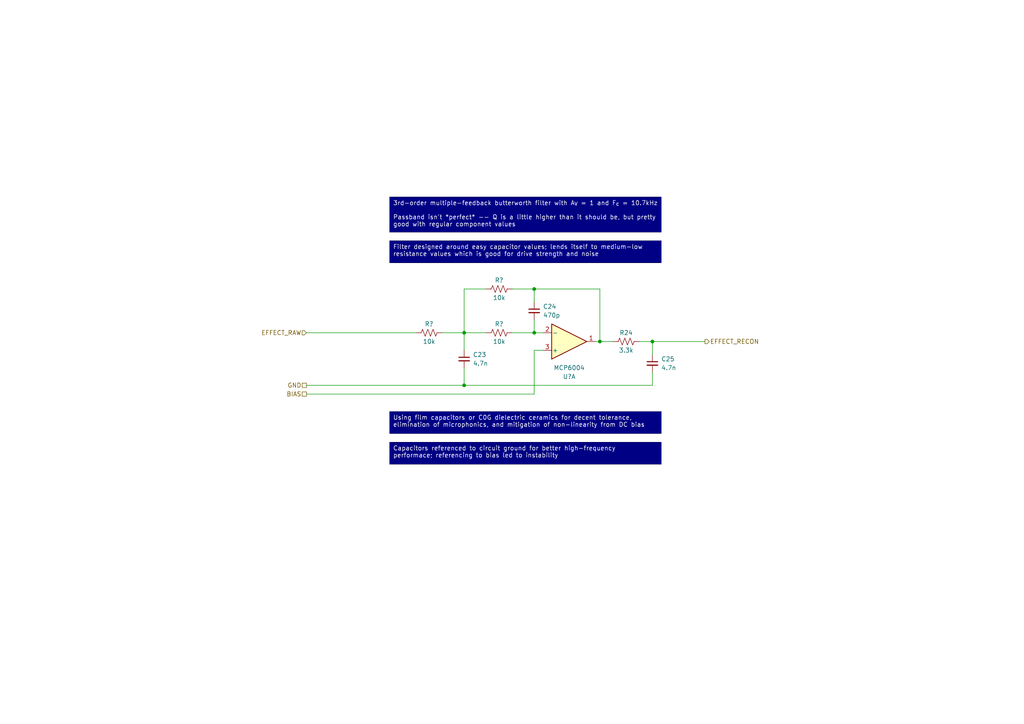
<source format=kicad_sch>
(kicad_sch (version 20230121) (generator eeschema)
  (paper "A4")
  (title_block (title "Digital Audio Effects Processor") (date "2023-11-26") (rev "A") (company "Ishaan Govindarajan"))
  (lib_symbols
    (symbol "Custom-AnalogIC:MCP6004" (pin_names (offset 0.127))
      (property "Reference" "U" (at 0 5.08 0))
      (property "Value" "MCP6004" (at 0 -5.08 0))
      (symbol "MCP6004_1_1"
        (polyline (pts (xy -5.08 5.08) (xy 5.08 0) (xy -5.08 -5.08) (xy -5.08 5.08)) (stroke (width 0.254)) (fill (type background)))
        (pin output line (at 7.62 0 180) (length 2.54) (name "~") (number "1"))
        (pin input line (at -7.62 -2.54 0) (length 2.54) (name "-") (number "2"))
        (pin input line (at -7.62 2.54 0) (length 2.54) (name "+") (number "3"))
      )
      (symbol "MCP6004_2_1"
        (polyline (pts (xy -5.08 5.08) (xy 5.08 0) (xy -5.08 -5.08) (xy -5.08 5.08)) (stroke (width 0.254)) (fill (type background)))
        (pin input line (at -7.62 2.54 0) (length 2.54) (name "+") (number "5"))
        (pin input line (at -7.62 -2.54 0) (length 2.54) (name "-") (number "6"))
        (pin output line (at 7.62 0 180) (length 2.54) (name "~") (number "7"))
      )
      (symbol "MCP6004_3_1"
        (polyline (pts (xy -5.08 5.08) (xy 5.08 0) (xy -5.08 -5.08) (xy -5.08 5.08)) (stroke (width 0.254)) (fill (type background)))
        (pin input line (at -7.62 2.54 0) (length 2.54) (name "+") (number "10"))
        (pin output line (at 7.62 0 180) (length 2.54) (name "~") (number "8"))
        (pin input line (at -7.62 -2.54 0) (length 2.54) (name "-") (number "9"))
      )
      (symbol "MCP6004_4_1"
        (polyline (pts (xy -5.08 5.08) (xy 5.08 0) (xy -5.08 -5.08) (xy -5.08 5.08)) (stroke (width 0.254)) (fill (type background)))
        (pin input line (at -7.62 2.54 0) (length 2.54) (name "+") (number "12"))
        (pin input line (at -7.62 -2.54 0) (length 2.54) (name "-") (number "13"))
        (pin output line (at 7.62 0 180) (length 2.54) (name "~") (number "14"))
      )
      (symbol "MCP6004_5_1"
        (pin power_in line (at -2.54 -7.62 90) (length 3.81) (name "V-") (number "11"))
        (pin power_in line (at -2.54 7.62 270) (length 3.81) (name "V+") (number "4"))
      )
    )
    (symbol "Custom-CapacitorTHT:FG28C0G1H471JNT06" (pin_numbers hide) (pin_names (offset 0.254) hide)
      (property "Reference" "C" (at 0.254 1.778 0))
      (property "Value" "470p" (at 0.254 -2.032 0))
      (symbol "FG28C0G1H471JNT06_0_1"
        (polyline (pts (xy -1.524 -0.508) (xy 1.524 -0.508)) (stroke (width 0.3302)))
        (polyline (pts (xy -1.524 0.508) (xy 1.524 0.508)) (stroke (width 0.3048)))
      )
      (symbol "FG28C0G1H471JNT06_1_1"
        (pin passive line (at 0 2.54 270) (length 2.032) (name "~") (number "1"))
        (pin passive line (at 0 -2.54 90) (length 2.032) (name "~") (number "2"))
      )
    )
    (symbol "Custom-CapacitorTHT:FG28C0G2A472JRT06" (pin_numbers hide) (pin_names (offset 0.254) hide)
      (property "Reference" "C" (at 0.254 1.778 0))
      (property "Value" "4.7n" (at 0.254 -2.032 0))
      (symbol "FG28C0G2A472JRT06_0_1"
        (polyline (pts (xy -1.524 -0.508) (xy 1.524 -0.508)) (stroke (width 0.3302)))
        (polyline (pts (xy -1.524 0.508) (xy 1.524 0.508)) (stroke (width 0.3048)))
      )
      (symbol "FG28C0G2A472JRT06_1_1"
        (pin passive line (at 0 2.54 270) (length 2.032) (name "~") (number "1"))
        (pin passive line (at 0 -2.54 90) (length 2.032) (name "~") (number "2"))
      )
    )
    (symbol "Custom-ResistorTHT:MFR-25FRF52-10K" (pin_numbers hide) (pin_names (offset 0))
      (property "Reference" "R" (at 2.54 0 90))
      (property "Value" "10k" (at -2.54 0 90))
      (symbol "MFR-25FRF52-10K_0_1"
        (polyline (pts (xy 0 -2.286) (xy 0 -2.54)))
        (polyline (pts (xy 0 2.286) (xy 0 2.54)))
        (polyline (pts (xy 0 -0.762) (xy 1.016 -1.143) (xy 0 -1.524) (xy -1.016 -1.905) (xy 0 -2.286)))
        (polyline (pts (xy 0 0.762) (xy 1.016 0.381) (xy 0 0) (xy -1.016 -0.381) (xy 0 -0.762)))
        (polyline (pts (xy 0 2.286) (xy 1.016 1.905) (xy 0 1.524) (xy -1.016 1.143) (xy 0 0.762)))
      )
      (symbol "MFR-25FRF52-10K_1_1"
        (pin passive line (at 0 3.81 270) (length 1.27) (name "~") (number "1"))
        (pin passive line (at 0 -3.81 90) (length 1.27) (name "~") (number "2"))
      )
    )
    (symbol "Custom-ResistorTHT:MFR-25FRF52-3K3" (pin_numbers hide) (pin_names (offset 0))
      (property "Reference" "R" (at 2.54 0 90))
      (property "Value" "3.3k" (at -2.54 0 90))
      (symbol "MFR-25FRF52-3K3_0_1"
        (polyline (pts (xy 0 -2.286) (xy 0 -2.54)))
        (polyline (pts (xy 0 2.286) (xy 0 2.54)))
        (polyline (pts (xy 0 -0.762) (xy 1.016 -1.143) (xy 0 -1.524) (xy -1.016 -1.905) (xy 0 -2.286)))
        (polyline (pts (xy 0 0.762) (xy 1.016 0.381) (xy 0 0) (xy -1.016 -0.381) (xy 0 -0.762)))
        (polyline (pts (xy 0 2.286) (xy 1.016 1.905) (xy 0 1.524) (xy -1.016 1.143) (xy 0 0.762)))
      )
      (symbol "MFR-25FRF52-3K3_1_1"
        (pin passive line (at 0 3.81 270) (length 1.27) (name "~") (number "1"))
        (pin passive line (at 0 -3.81 90) (length 1.27) (name "~") (number "2"))
      )
    )
  )
  (junction (at 134.62 111.76))
  (junction (at 154.94 96.52))
  (junction (at 173.99 99.06))
  (junction (at 134.62 96.52))
  (junction (at 154.94 83.82))
  (junction (at 189.23 99.06))
  (wire (pts (xy 189.23 107.95) (xy 189.23 111.76)))
  (wire (pts (xy 88.9 111.76) (xy 134.62 111.76)))
  (wire (pts (xy 173.99 99.06) (xy 172.72 99.06)))
  (wire (pts (xy 134.62 83.82) (xy 140.97 83.82)))
  (wire (pts (xy 185.42 99.06) (xy 189.23 99.06)))
  (wire (pts (xy 189.23 99.06) (xy 189.23 102.87)))
  (wire (pts (xy 189.23 99.06) (xy 204.47 99.06)))
  (wire (pts (xy 134.62 101.6) (xy 134.62 96.52)))
  (wire (pts (xy 148.59 83.82) (xy 154.94 83.82)))
  (wire (pts (xy 154.94 96.52) (xy 157.48 96.52)))
  (wire (pts (xy 154.94 114.3) (xy 154.94 101.6)))
  (wire (pts (xy 173.99 99.06) (xy 177.8 99.06)))
  (wire (pts (xy 88.9 96.52) (xy 120.65 96.52)))
  (wire (pts (xy 154.94 101.6) (xy 157.48 101.6)))
  (wire (pts (xy 154.94 83.82) (xy 154.94 87.63)))
  (wire (pts (xy 134.62 106.68) (xy 134.62 111.76)))
  (wire (pts (xy 134.62 111.76) (xy 189.23 111.76)))
  (wire (pts (xy 88.9 114.3) (xy 154.94 114.3)))
  (wire (pts (xy 134.62 96.52) (xy 134.62 83.82)))
  (wire (pts (xy 154.94 83.82) (xy 173.99 83.82)))
  (wire (pts (xy 173.99 83.82) (xy 173.99 99.06)))
  (wire (pts (xy 148.59 96.52) (xy 154.94 96.52)))
  (wire (pts (xy 134.62 96.52) (xy 140.97 96.52)))
  (wire (pts (xy 128.27 96.52) (xy 134.62 96.52)))
  (wire (pts (xy 154.94 92.71) (xy 154.94 96.52)))
  (text_box "Using film capacitors or C0G dielectric ceramics for decent tolerance, elimination of microphonics, and mitigation of non-linearity from DC bias" (at 113.03 119.38 0) (size 78.74 6.35) (stroke (width 0) (color 0 0 72 1)) (fill (type color) (color 0 0 132 1)) (effects (font (size 1.27 1.27)) (justify left top)))
  (text_box "3rd-order multiple-feedback butterworth filter with A_{V} = 1 and F_{c} = 10.7kHz\n\nPassband isn't *perfect* -- Q is a little higher than it should be, but pretty good with regular component values" (at 113.03 57.15 0) (size 78.74 10.16) (stroke (width 0) (color 0 0 72 1)) (fill (type color) (color 0 0 132 1)) (effects (font (size 1.27 1.27)) (justify left top)))
  (text_box "Capacitors referenced to circuit ground for better high-frequency performace; referencing to bias led to instability " (at 113.03 128.27 0) (size 78.74 6.35) (stroke (width 0) (color 0 0 72 1)) (fill (type color) (color 0 0 132 1)) (effects (font (size 1.27 1.27)) (justify left top)))
  (text_box "Filter designed around easy capacitor values; lends itself to medium-low resistance values which is good for drive strength and noise" (at 113.03 69.85 0) (size 78.74 6.35) (stroke (width 0) (color 0 0 72 1)) (fill (type color) (color 0 0 132 1)) (effects (font (size 1.27 1.27)) (justify left top)))
  (hierarchical_label "GND" (shape passive) (at 88.9 111.76 180))
  (hierarchical_label "EFFECT_RECON" (shape output) (at 204.47 99.06 0))
  (hierarchical_label "EFFECT_RAW" (shape input) (at 88.9 96.52 180))
  (hierarchical_label "BIAS" (shape passive) (at 88.9 114.3 180))
  (symbol (lib_id "Custom-AnalogIC:MCP6004") (at 165.1 99.06 0) (mirror x) (unit 1)
    (property "Reference" "U?" (at 165.1 109.22 0))
    (property "Value" "MCP6004" (at 165.1 106.68 0))
    (property "Footprint" "Custom-IC:DIP-14_W7.62mm_Socket_LongPads_IC" (effects hide))
    (property "Datasheet" "https://ww1.microchip.com/downloads/en/DeviceDoc/MCP6001-1R-1U-2-4-1-MHz-Low-Power-Op-Amp-DS20001733L.pdf" (effects hide))
    (property "Manufacturer" "Microchip Technology" (effects hide))
    (property "Part Number" "MCP6004-I/P" (effects hide))
    (instances (project "Amplifier Hardware R1" (path "" (reference "U?") (unit 1)) (path "" (reference "U3") (unit 4))))
  )
  (symbol (lib_id "Custom-ResistorTHT:MFR-25FRF52-10K") (at 124.46 96.52 90) (unit 1)
    (property "Reference" "R?" (at 124.46 93.98 90))
    (property "Value" "10k" (at 124.46 99.06 90))
    (property "Footprint" "Resistor_THT:R_Axial_DIN0207_L6.3mm_D2.5mm_P10.16mm_Horizontal" (effects hide))
    (property "Datasheet" "https://www.yageo.com/upload/media/product/productsearch/datasheet/lr/YAGEO%20MFR_datasheet_2023v3.pdf" (effects hide))
    (property "Manufacturer" "YAGEO" (effects hide))
    (property "Part Number" "MFR-25FRF52-10K" (effects hide))
    (instances (project "Amplifier Hardware R1" (path "" (reference "R?") (unit 1)) (path "" (reference "R21") (unit 1))))
  )
  (symbol (lib_id "Custom-CapacitorTHT:FG28C0G2A472JRT06") (at 134.62 104.14 0) (unit 1)
    (property "Reference" "C23" (at 137.16 102.8763 0) (effects (justify left)))
    (property "Value" "4.7n" (at 137.16 105.4163 0) (effects (justify left)))
    (property "Footprint" "Custom-RLC:C_Disc_L7.2mm_W2.5mm_H6.6mm_P5.00mm_MODIFIED_1" (effects hide))
    (property "Datasheet" "https://product.tdk.com/en/system/files?file=dam/doc/product/capacitor/ceramic/lead-mlcc/catalog/leadmlcc_halogenfree_fg_en.pdf" (effects hide))
    (property "Manufacturer" "TDK Corporation" (effects hide))
    (property "Part Number" "FG28C0G2A472JRT06" (effects hide))
  )
  (symbol (lib_id "Custom-ResistorTHT:MFR-25FRF52-10K") (at 144.78 96.52 90) (unit 1)
    (property "Reference" "R?" (at 144.78 93.98 90))
    (property "Value" "10k" (at 144.78 99.06 90))
    (property "Footprint" "Resistor_THT:R_Axial_DIN0207_L6.3mm_D2.5mm_P10.16mm_Horizontal" (effects hide))
    (property "Datasheet" "https://www.yageo.com/upload/media/product/productsearch/datasheet/lr/YAGEO%20MFR_datasheet_2023v3.pdf" (effects hide))
    (property "Manufacturer" "YAGEO" (effects hide))
    (property "Part Number" "MFR-25FRF52-10K" (effects hide))
    (instances (project "Amplifier Hardware R1" (path "" (reference "R?") (unit 1)) (path "" (reference "R23") (unit 1))))
  )
  (symbol (lib_id "Custom-ResistorTHT:MFR-25FRF52-10K") (at 144.78 83.82 90) (unit 1)
    (property "Reference" "R?" (at 144.78 81.28 90))
    (property "Value" "10k" (at 144.78 86.36 90))
    (property "Footprint" "Resistor_THT:R_Axial_DIN0207_L6.3mm_D2.5mm_P10.16mm_Horizontal" (effects hide))
    (property "Datasheet" "https://www.yageo.com/upload/media/product/productsearch/datasheet/lr/YAGEO%20MFR_datasheet_2023v3.pdf" (effects hide))
    (property "Manufacturer" "YAGEO" (effects hide))
    (property "Part Number" "MFR-25FRF52-10K" (effects hide))
    (instances (project "Amplifier Hardware R1" (path "" (reference "R?") (unit 1)) (path "" (reference "R22") (unit 1))))
  )
  (symbol (lib_id "Custom-ResistorTHT:MFR-25FRF52-3K3") (at 181.61 99.06 90) (unit 1)
    (property "Reference" "R24" (at 181.61 96.52 90))
    (property "Value" "3.3k" (at 181.61 101.6 90))
    (property "Footprint" "Resistor_THT:R_Axial_DIN0207_L6.3mm_D2.5mm_P10.16mm_Horizontal" (effects hide))
    (property "Datasheet" "https://www.yageo.com/upload/media/product/productsearch/datasheet/lr/YAGEO%20MFR_datasheet_2023v3.pdf" (effects hide))
    (property "Manufacturer" "YAGEO" (effects hide))
    (property "Part Number" "MFR-25FRF52-3K3" (effects hide))
  )
  (symbol (lib_id "Custom-CapacitorTHT:FG28C0G2A472JRT06") (at 189.23 105.41 0) (unit 1)
    (property "Reference" "C25" (at 191.77 104.1463 0) (effects (justify left)))
    (property "Value" "4.7n" (at 191.77 106.6863 0) (effects (justify left)))
    (property "Footprint" "Custom-RLC:C_Disc_L7.2mm_W2.5mm_H6.6mm_P5.00mm_MODIFIED_1" (effects hide))
    (property "Datasheet" "https://product.tdk.com/en/system/files?file=dam/doc/product/capacitor/ceramic/lead-mlcc/catalog/leadmlcc_halogenfree_fg_en.pdf" (effects hide))
    (property "Manufacturer" "TDK Corporation" (effects hide))
    (property "Part Number" "FG28C0G2A472JRT06" (effects hide))
  )
  (symbol (lib_id "Custom-CapacitorTHT:FG28C0G1H471JNT06") (at 154.94 90.17 0) (unit 1)
    (property "Reference" "C24" (at 157.48 88.9063 0) (effects (justify left)))
    (property "Value" "470p" (at 157.48 91.4463 0) (effects (justify left)))
    (property "Footprint" "Custom-RLC:C_Disc_L7.2mm_W2.5mm_H6.6mm_P5.00mm_MODIFIED_1" (effects hide))
    (property "Datasheet" "https://product.tdk.com/en/system/files?file=dam/doc/product/capacitor/ceramic/lead-mlcc/catalog/leadmlcc_halogenfree_fg_en.pdf" (effects hide))
    (property "Manufacturer" "TDK Corporation" (effects hide))
    (property "Part Number" "FG28C0G1H471JNT06" (effects hide))
  )
)
</source>
